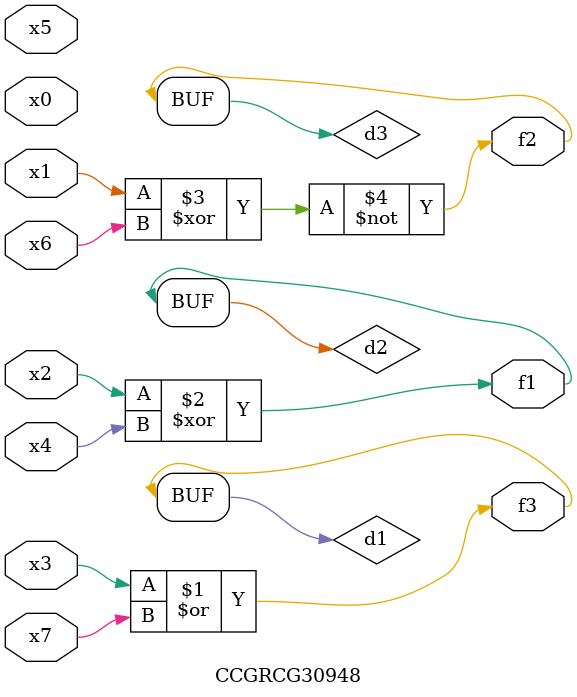
<source format=v>
module CCGRCG30948(
	input x0, x1, x2, x3, x4, x5, x6, x7,
	output f1, f2, f3
);

	wire d1, d2, d3;

	or (d1, x3, x7);
	xor (d2, x2, x4);
	xnor (d3, x1, x6);
	assign f1 = d2;
	assign f2 = d3;
	assign f3 = d1;
endmodule

</source>
